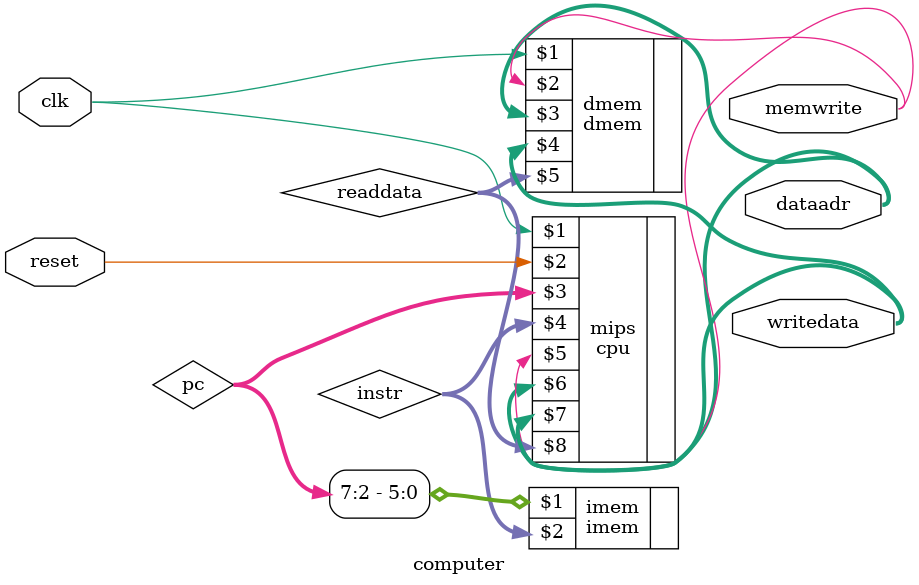
<source format=sv>
`ifndef COMPUTER
`define COMPUTER

`timescale 1ns/100ps

`include "../cpu/cpu.sv"
`include "../imem/imem.sv"
`include "../dmem/dmem.sv"

module computer
    #(parameter n = 32)(
    //
    // ---------------- PORT DEFINITIONS ----------------
    //
    input  logic           clk, reset, 
    output logic [(n-1):0] writedata, dataadr, 
    output logic           memwrite
);
    //
    // ---------------- MODULE DESIGN IMPLEMENTATION ----------------
    //
    logic [(n-1):0] pc, instr, readdata;

    // computer internal components

    // the RISC CPU
    cpu mips(clk, reset, pc, instr, memwrite, dataadr, writedata, readdata);
    // the instruction memory ("text segment") in main memory
    imem imem(pc[7:2], instr);
    // the data memory ("data segment") in main memory
    dmem dmem(clk, memwrite, dataadr, writedata, readdata);

endmodule

`endif // COMPUTER
</source>
